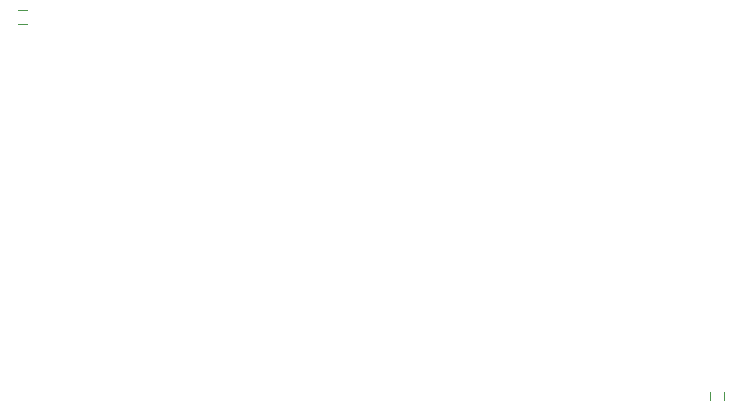
<source format=gbr>
G04 #@! TF.GenerationSoftware,KiCad,Pcbnew,(5.1.5)-3*
G04 #@! TF.CreationDate,2021-01-14T21:29:06-05:00*
G04 #@! TF.ProjectId,Wing,57696e67-2e6b-4696-9361-645f70636258,rev?*
G04 #@! TF.SameCoordinates,Original*
G04 #@! TF.FileFunction,Legend,Bot*
G04 #@! TF.FilePolarity,Positive*
%FSLAX46Y46*%
G04 Gerber Fmt 4.6, Leading zero omitted, Abs format (unit mm)*
G04 Created by KiCad (PCBNEW (5.1.5)-3) date 2021-01-14 21:29:06*
%MOMM*%
%LPD*%
G04 APERTURE LIST*
%ADD10C,0.120000*%
G04 APERTURE END LIST*
D10*
X170672649Y-93140452D02*
X170672649Y-92440452D01*
X169472649Y-92440452D02*
X169472649Y-93140452D01*
X110947649Y-61265452D02*
X111647649Y-61265452D01*
X111647649Y-60065452D02*
X110947649Y-60065452D01*
M02*

</source>
